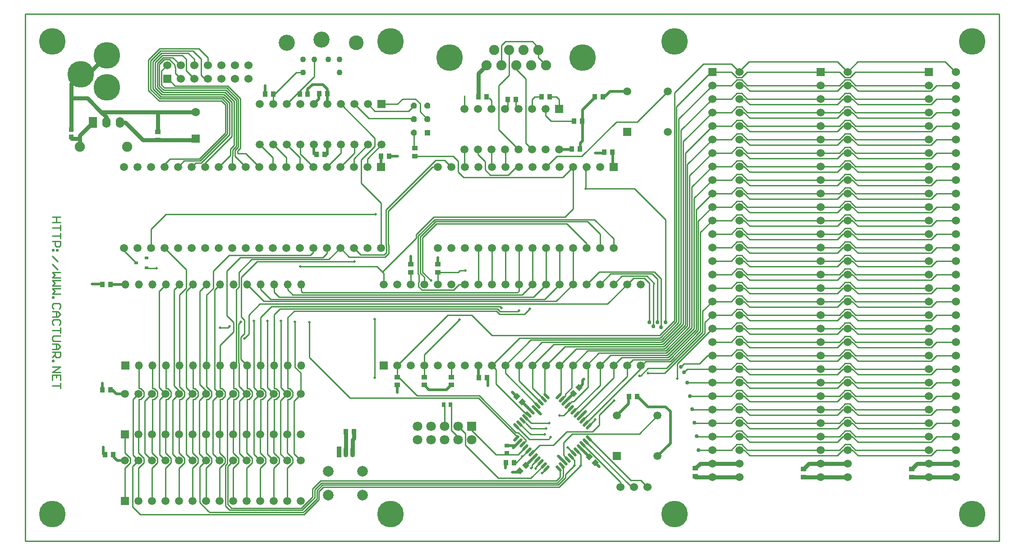
<source format=gtl>
G04 Layer_Physical_Order=1*
G04 Layer_Color=25308*
%FSLAX24Y24*%
%MOIN*%
G70*
G01*
G75*
%ADD10R,0.0315X0.0374*%
%ADD11R,0.0374X0.0315*%
%ADD12R,0.0354X0.0335*%
%ADD13R,0.0350X0.0394*%
G04:AMPARAMS|DCode=14|XSize=39.4mil|YSize=35mil|CornerRadius=0mil|HoleSize=0mil|Usage=FLASHONLY|Rotation=225.000|XOffset=0mil|YOffset=0mil|HoleType=Round|Shape=Rectangle|*
%AMROTATEDRECTD14*
4,1,4,0.0015,0.0263,0.0263,0.0015,-0.0015,-0.0263,-0.0263,-0.0015,0.0015,0.0263,0.0*
%
%ADD14ROTATEDRECTD14*%

%ADD15R,0.0433X0.0354*%
%ADD16R,0.0354X0.0433*%
%ADD17R,0.0276X0.0236*%
G04:AMPARAMS|DCode=18|XSize=39.4mil|YSize=35mil|CornerRadius=0mil|HoleSize=0mil|Usage=FLASHONLY|Rotation=135.000|XOffset=0mil|YOffset=0mil|HoleType=Round|Shape=Rectangle|*
%AMROTATEDRECTD18*
4,1,4,0.0263,-0.0015,0.0015,-0.0263,-0.0263,0.0015,-0.0015,0.0263,0.0263,-0.0015,0.0*
%
%ADD18ROTATEDRECTD18*%

%ADD19R,0.0394X0.0350*%
G04:AMPARAMS|DCode=20|XSize=21.7mil|YSize=57.1mil|CornerRadius=0mil|HoleSize=0mil|Usage=FLASHONLY|Rotation=315.000|XOffset=0mil|YOffset=0mil|HoleType=Round|Shape=Round|*
%AMOVALD20*
21,1,0.0354,0.0217,0.0000,0.0000,45.0*
1,1,0.0217,-0.0125,-0.0125*
1,1,0.0217,0.0125,0.0125*
%
%ADD20OVALD20*%

G04:AMPARAMS|DCode=21|XSize=21.7mil|YSize=57.1mil|CornerRadius=0mil|HoleSize=0mil|Usage=FLASHONLY|Rotation=225.000|XOffset=0mil|YOffset=0mil|HoleType=Round|Shape=Round|*
%AMOVALD21*
21,1,0.0354,0.0217,0.0000,0.0000,315.0*
1,1,0.0217,-0.0125,0.0125*
1,1,0.0217,0.0125,-0.0125*
%
%ADD21OVALD21*%

%ADD22C,0.0200*%
%ADD23C,0.0100*%
%ADD24C,0.0300*%
%ADD25C,0.0433*%
%ADD26C,0.1191*%
%ADD27C,0.1190*%
%ADD28C,0.1091*%
%ADD29O,0.0600X0.0800*%
%ADD30R,0.0600X0.0800*%
%ADD31R,0.0591X0.0591*%
%ADD32C,0.0591*%
%ADD33R,0.0600X0.0600*%
%ADD34C,0.0600*%
%ADD35C,0.1969*%
%ADD36O,0.0344X0.0787*%
%ADD37R,0.0344X0.0787*%
%ADD38R,0.0433X0.0433*%
%ADD39P,0.0469X8X292.5*%
%ADD40C,0.0709*%
%ADD41R,0.0709X0.0709*%
%ADD42C,0.0787*%
%ADD43C,0.0748*%
%ADD44R,0.0600X0.0600*%
%ADD45C,0.0750*%
%ADD46R,0.0591X0.0591*%
%ADD47O,0.0591X0.0591*%
%ADD48C,0.0630*%
%ADD49R,0.0630X0.0630*%
%ADD50C,0.0300*%
%ADD51C,0.0200*%
D10*
X68954Y76100D02*
D03*
X69446D02*
D03*
D11*
X73600Y73066D02*
D03*
Y72534D02*
D03*
D12*
X41400Y96456D02*
D03*
Y95944D02*
D03*
D13*
X61700Y74100D02*
D03*
X62300D02*
D03*
X71550Y78100D02*
D03*
X72150D02*
D03*
X82650Y76700D02*
D03*
X83250D02*
D03*
X44300Y85000D02*
D03*
X43700D02*
D03*
X44300Y77200D02*
D03*
X43700D02*
D03*
X44500Y72400D02*
D03*
X43900D02*
D03*
X59750Y99150D02*
D03*
X60350D02*
D03*
X80800Y94800D02*
D03*
X81400D02*
D03*
X64900Y94500D02*
D03*
X64300D02*
D03*
X80100Y98900D02*
D03*
X80700D02*
D03*
X60150Y94650D02*
D03*
X59550D02*
D03*
X79000Y95050D02*
D03*
X78400D02*
D03*
X73670Y98710D02*
D03*
X74270D02*
D03*
X71500Y98900D02*
D03*
X72100D02*
D03*
X78567Y97095D02*
D03*
X79167D02*
D03*
X76167Y98895D02*
D03*
X76767D02*
D03*
D14*
X74762Y76288D02*
D03*
X74338Y76712D02*
D03*
X79718Y72232D02*
D03*
X80142Y71808D02*
D03*
D15*
X66500Y85905D02*
D03*
Y86495D02*
D03*
X69500Y78145D02*
D03*
Y77555D02*
D03*
X67500Y78145D02*
D03*
Y77555D02*
D03*
X65500Y78145D02*
D03*
Y77555D02*
D03*
X66800Y94505D02*
D03*
Y95095D02*
D03*
X68500Y85905D02*
D03*
Y86495D02*
D03*
D16*
X56345Y99100D02*
D03*
X55755D02*
D03*
X58305D02*
D03*
X58895D02*
D03*
X74145Y71800D02*
D03*
X73555D02*
D03*
D17*
X46206Y86600D02*
D03*
X46994Y86226D02*
D03*
Y86974D02*
D03*
D18*
X78538Y76938D02*
D03*
X78962Y77362D02*
D03*
X75012Y71612D02*
D03*
X74588Y71188D02*
D03*
D19*
X87550Y70800D02*
D03*
Y71400D02*
D03*
X95550Y70750D02*
D03*
Y71350D02*
D03*
X103550Y70750D02*
D03*
Y71350D02*
D03*
X47800Y96300D02*
D03*
Y95700D02*
D03*
D20*
X79673Y74495D02*
D03*
X79450Y74718D02*
D03*
X79227Y74941D02*
D03*
X79004Y75164D02*
D03*
X78782Y75386D02*
D03*
X78559Y75609D02*
D03*
X78336Y75832D02*
D03*
X78114Y76054D02*
D03*
X77891Y76277D02*
D03*
X77668Y76500D02*
D03*
X77445Y76723D02*
D03*
X74327Y73605D02*
D03*
X74550Y73382D02*
D03*
X74773Y73159D02*
D03*
X74996Y72936D02*
D03*
X75218Y72714D02*
D03*
X75441Y72491D02*
D03*
X75664Y72268D02*
D03*
X75886Y72046D02*
D03*
X76109Y71823D02*
D03*
X76332Y71600D02*
D03*
X76555Y71377D02*
D03*
D21*
Y76723D02*
D03*
X76332Y76500D02*
D03*
X76109Y76277D02*
D03*
X75886Y76054D02*
D03*
X75664Y75832D02*
D03*
X75441Y75609D02*
D03*
X75218Y75386D02*
D03*
X74996Y75164D02*
D03*
X74773Y74941D02*
D03*
X74550Y74718D02*
D03*
X74327Y74495D02*
D03*
X77445Y71377D02*
D03*
X77668Y71600D02*
D03*
X77891Y71823D02*
D03*
X78114Y72046D02*
D03*
X78336Y72268D02*
D03*
X78559Y72491D02*
D03*
X78782Y72714D02*
D03*
X79004Y72936D02*
D03*
X79227Y73159D02*
D03*
X79450Y73382D02*
D03*
X79673Y73605D02*
D03*
D22*
X73500Y71400D02*
Y71745D01*
X74234Y73066D02*
X74550Y73382D01*
X74068Y72900D02*
X74234Y73066D01*
X73600D02*
X74234D01*
X77877Y71823D02*
X77891D01*
X77400Y72300D02*
X77877Y71823D01*
X81235Y99300D02*
X82500D01*
X80835Y98900D02*
X81235Y99300D01*
X82615Y76165D02*
Y76700D01*
X81750Y75300D02*
X82615Y76165D01*
X81435Y93765D02*
Y94750D01*
X75050Y76000D02*
X75441Y75609D01*
X79004Y72936D02*
X79014D01*
X79613Y72337D01*
X75664Y72264D02*
Y72268D01*
X75087Y71687D02*
X75664Y72264D01*
X60000Y99800D02*
X60341Y99459D01*
X59237Y99800D02*
X60000D01*
X58895Y99459D02*
X59237Y99800D01*
X58895Y99100D02*
Y99459D01*
X55755Y99100D02*
Y99745D01*
X59341Y94674D02*
Y95361D01*
X68500Y86495D02*
Y87000D01*
X71515Y78100D02*
Y78985D01*
X44741Y76894D02*
X45370D01*
X44435Y77200D02*
X44741Y76894D01*
X44812Y71972D02*
X45370D01*
X44535Y72250D02*
X44812Y71972D01*
X59341Y98361D02*
X59715Y98735D01*
X60341Y94650D02*
Y95361D01*
X64985Y94500D02*
X65550D01*
X79202Y95652D02*
Y97936D01*
X79035Y95485D02*
X79202Y95652D01*
X79035Y95050D02*
Y95485D01*
X42950Y85050D02*
X43515D01*
X43765Y72450D02*
Y72965D01*
X79004Y75164D02*
X79441Y75600D01*
X78937Y77337D02*
X79200Y77600D01*
Y77900D01*
X79300Y78000D01*
X80167Y71783D02*
X80450Y71500D01*
X74000Y77050D02*
X74280Y76770D01*
X72200Y77500D02*
Y78085D01*
X72185Y78100D02*
X72200Y78085D01*
X74280Y76770D02*
X74380Y76670D01*
X75664Y75832D02*
X76100Y75395D01*
X74500Y71100D02*
X74563Y71163D01*
X83285Y76700D02*
X84035Y75950D01*
X85350D01*
X85700Y75600D01*
Y73250D02*
Y75600D01*
X84750Y72300D02*
X85700Y73250D01*
X44237Y84997D02*
X45406D01*
X64300Y93700D02*
Y94535D01*
X60341Y98361D02*
Y99459D01*
X77467Y94995D02*
X78449D01*
X59715Y98735D02*
Y99150D01*
X74450Y71150D02*
X74500Y71100D01*
X80150Y94750D02*
X80765D01*
X79202Y97936D02*
X80165Y98900D01*
X74400Y71100D02*
X74450Y71150D01*
X74000Y71100D02*
X74400D01*
X66500Y86495D02*
Y87100D01*
X65500Y77000D02*
Y77555D01*
X69145Y77200D02*
X69500Y77555D01*
X67855Y77200D02*
X69145D01*
X67500Y77555D02*
X67855Y77200D01*
X74762Y76288D02*
X75050Y76000D01*
X78538Y76924D02*
Y76938D01*
X78250Y76636D02*
X78538Y76924D01*
X77891Y76277D02*
X78250Y76636D01*
X43700Y77200D02*
Y77700D01*
D23*
X85286Y78450D02*
X88240Y81404D01*
X83970Y85630D02*
X84520Y85080D01*
X84050Y78450D02*
X85286D01*
X84450Y81900D02*
Y85010D01*
X84520Y85080D01*
X85350Y82200D02*
Y89800D01*
X70000Y73500D02*
Y73700D01*
X69500Y74200D02*
X70000Y73700D01*
X69500Y74200D02*
Y76046D01*
X69446Y76100D02*
X69500Y76046D01*
X69000Y74500D02*
Y76054D01*
X66990Y76760D02*
X71566D01*
X74276Y74050D02*
X74441D01*
X71566Y76760D02*
X74276Y74050D01*
X74327Y73605D02*
X74411Y73689D01*
X71500Y76600D02*
X74411Y73689D01*
X62000Y76600D02*
X71500D01*
X65605Y78145D02*
X66990Y76760D01*
X59000Y79600D02*
X62000Y76600D01*
X70536Y73114D02*
X72990Y70660D01*
X70536Y73114D02*
Y73964D01*
X70000Y74500D02*
X70536Y73964D01*
X69000Y74500D02*
X69100D01*
X59851Y70480D02*
X77280D01*
X59917Y70320D02*
X77346D01*
X59984Y70160D02*
X77413D01*
X60050Y70000D02*
X77479D01*
X77280Y70480D02*
X77550Y70750D01*
X77346Y70320D02*
X77789Y70763D01*
X77413Y70160D02*
X77949Y70696D01*
X77479Y70000D02*
X79080Y71601D01*
X62341Y98361D02*
X63400Y97302D01*
X66698D01*
X66350Y97850D02*
X66750Y98250D01*
X63852Y97850D02*
X66350D01*
X67200Y97800D02*
X67750Y97250D01*
X67200Y97800D02*
Y98400D01*
X66850Y98750D02*
X67200Y98400D01*
X65900Y98750D02*
X66850D01*
X65511Y98361D02*
X65900Y98750D01*
X69645Y94505D02*
X70000Y94150D01*
X66800Y94505D02*
X69645D01*
X66750Y95145D02*
X66800Y95095D01*
X66750Y95145D02*
Y96250D01*
X59000Y79600D02*
Y82200D01*
X72510Y81240D02*
X84908D01*
X84740Y82220D02*
Y85390D01*
X84160Y82220D02*
Y85090D01*
X85010Y81970D02*
Y85440D01*
X83780Y85470D02*
X84160Y85090D01*
X84740Y85390D02*
X84750Y85400D01*
X84360Y85790D02*
X84750Y85400D01*
X84500Y85950D02*
X85010Y85440D01*
X85350Y89800D02*
X85350Y89800D01*
X90200Y101350D02*
X90800Y100750D01*
X88150Y101350D02*
X90200D01*
X71000Y74200D02*
X72810Y72390D01*
X74449D01*
X59250Y69879D02*
X59851Y70480D01*
X59410Y69813D02*
X59917Y70320D01*
X59410Y69213D02*
Y69813D01*
X59194Y68997D02*
X59410Y69213D01*
X59194Y68997D02*
X59194D01*
X58490Y68293D02*
Y68293D01*
X58487Y68290D02*
X58490Y68293D01*
X53110Y68290D02*
X58487D01*
X58490Y68293D02*
X59194Y68997D01*
X58421Y68450D02*
X59250Y69279D01*
X53250Y68450D02*
X58421D01*
X59250Y69279D02*
Y69879D01*
X52805Y68595D02*
X53110Y68290D01*
X52965Y68735D02*
X53250Y68450D01*
X53370Y71947D02*
Y71972D01*
X52965Y71541D02*
X53370Y71947D01*
X52965Y68735D02*
Y71541D01*
X52805Y68595D02*
Y71608D01*
X52775Y71805D02*
Y72140D01*
X52370Y71399D02*
X52775Y71805D01*
X52805Y71608D02*
X52950Y71753D01*
Y76474D01*
X53370Y68972D02*
Y71399D01*
X52950Y76474D02*
X53370Y76894D01*
X75392Y70660D02*
X76332Y71600D01*
X72990Y70660D02*
X75392D01*
X77789Y70763D02*
Y71343D01*
X77550Y70750D02*
Y71273D01*
X77445Y71377D02*
X77550Y71273D01*
X77668Y71463D02*
X77789Y71343D01*
X54370Y71399D02*
X54775Y71805D01*
X54370Y68972D02*
Y71399D01*
X53775Y71805D02*
Y72140D01*
X53370Y71399D02*
X53775Y71805D01*
X56890Y72453D02*
Y76413D01*
Y72453D02*
X57370Y71972D01*
X55906Y72437D02*
Y76378D01*
Y72437D02*
X56370Y71972D01*
X54775Y71805D02*
Y72140D01*
X54921Y72421D02*
Y76445D01*
Y72421D02*
X55370Y71972D01*
X52370Y68972D02*
Y71399D01*
X77668Y71463D02*
Y71600D01*
X64300Y94535D02*
X64315Y94550D01*
X71500Y79000D02*
X71515Y78985D01*
X44185Y85050D02*
X44237Y84997D01*
X79450Y73382D02*
X79507D01*
X72467Y93733D02*
Y94995D01*
Y93733D02*
X72500Y93700D01*
X70467Y93733D02*
Y94995D01*
Y93733D02*
X70500Y93700D01*
X74300D02*
X74500D01*
X73710Y93110D02*
X74300Y93700D01*
X72390Y93110D02*
X73710D01*
X72000Y93500D02*
X72390Y93110D01*
X72000Y93500D02*
Y94100D01*
X71467Y94633D02*
X72000Y94100D01*
X71467Y94633D02*
Y94995D01*
X73467D02*
X73500Y94962D01*
Y93700D02*
Y94962D01*
X77805Y75300D02*
X78336Y75832D01*
X77500Y75300D02*
X77805D01*
X79673Y74523D02*
X80150Y75000D01*
X79673Y74495D02*
Y74523D01*
X74449Y72390D02*
X74996Y72936D01*
X66500Y85000D02*
Y85755D01*
X58300Y87700D02*
Y87900D01*
X58360Y86350D02*
X64000D01*
X64500Y85000D02*
Y85850D01*
X64000Y86350D02*
X64400Y85950D01*
X66900Y88450D01*
Y88700D01*
X68200Y90000D01*
X77900D01*
X78500Y90600D01*
Y93600D01*
X78100Y72950D02*
X78559Y72491D01*
X61200Y72472D02*
Y72600D01*
X77750Y92950D02*
X78500Y93700D01*
X70400Y92950D02*
X77750D01*
X70000Y93350D02*
X70400Y92950D01*
X70000Y93350D02*
Y94150D01*
X81500Y87600D02*
Y87700D01*
Y88400D01*
X80080Y89820D02*
X81500Y88400D01*
X68267Y89820D02*
X80080D01*
X67060Y88613D02*
X68267Y89820D01*
X67060Y85787D02*
Y88613D01*
Y85787D02*
X67100Y85747D01*
Y85178D02*
Y85747D01*
X67095Y85173D02*
X67100Y85178D01*
X67095Y84832D02*
Y85173D01*
Y84832D02*
X67332Y84595D01*
X69668D01*
X70073Y85000D01*
X70500D01*
X77800Y72359D02*
X78114Y72046D01*
X77800Y72359D02*
Y73300D01*
X78450Y73950D01*
X83400D01*
X84750Y75300D01*
X80500Y87600D02*
Y87700D01*
Y88726D01*
X79566Y89660D02*
X80500Y88726D01*
X68334Y89660D02*
X79566D01*
X67220Y88546D02*
X68334Y89660D01*
X67220Y85854D02*
Y88546D01*
Y85854D02*
X67500Y85574D01*
Y85000D02*
Y85574D01*
X84750Y75300D02*
X84850Y75400D01*
X56300Y93700D02*
Y94402D01*
X55341Y95361D02*
X56300Y94402D01*
X57300Y93700D02*
Y94402D01*
X56341Y95361D02*
X57300Y94402D01*
X58300Y93700D02*
Y94402D01*
X57341Y95361D02*
X58300Y94402D01*
X58341Y94659D02*
X59300Y93700D01*
X58341Y94659D02*
Y95361D01*
X61341Y94741D02*
Y95361D01*
X60300Y93700D02*
X61341Y94741D01*
X62341D02*
Y95361D01*
X61300Y93700D02*
X62341Y94741D01*
X62300Y94320D02*
X63341Y95361D01*
X62300Y93700D02*
Y94320D01*
X63300D02*
X64341Y95361D01*
X63300Y93700D02*
Y94320D01*
X61341Y98361D02*
X63850Y95852D01*
Y95250D02*
Y95852D01*
X62850Y94250D02*
X63850Y95250D01*
X62850Y92500D02*
Y94250D01*
Y92500D02*
X64300Y91050D01*
Y87700D02*
Y91050D01*
X45300Y87506D02*
Y87700D01*
Y87506D02*
X46206Y86600D01*
X77467Y97995D02*
Y98695D01*
X77267Y98895D02*
X77467Y98695D01*
X76802Y98895D02*
X77267D01*
X75667D02*
X76132D01*
X75467Y98695D02*
X75667Y98895D01*
X75467Y97995D02*
Y98695D01*
X76867Y97095D02*
X78532D01*
X76467Y97495D02*
X76867Y97095D01*
X76467Y97495D02*
Y97995D01*
X69500Y78300D02*
Y79000D01*
X59378Y100398D02*
Y101674D01*
X64341Y98361D02*
X65511D01*
X63341D02*
X63852Y97850D01*
X58039Y100689D02*
X58561D01*
X56341Y98361D02*
Y98991D01*
X47020Y86200D02*
X47700D01*
X46994Y86226D02*
X47020Y86200D01*
X79500Y87700D02*
Y88050D01*
X78050Y89500D02*
X79500Y88050D01*
X68400Y89500D02*
X78050D01*
X67380Y88480D02*
X68400Y89500D01*
X67380Y85920D02*
Y88480D01*
Y85920D02*
X68000Y85300D01*
X67500Y79800D02*
X70100Y82400D01*
X67500Y79000D02*
Y79800D01*
Y78145D02*
Y79000D01*
X47300Y87700D02*
Y89100D01*
X48400Y90200D02*
X63900D01*
X79450Y92100D02*
X83050D01*
X85350Y89800D01*
X47300Y89100D02*
X48400Y90200D01*
X79450Y92100D02*
Y93450D01*
X77050Y73100D02*
X78060Y74110D01*
X79960D01*
X80450Y74600D01*
Y75350D01*
X81550Y76450D01*
X77260Y83760D02*
X78500Y85000D01*
X55643Y83760D02*
X77260D01*
X54406Y84997D02*
X55643Y83760D01*
X78500Y85000D02*
Y87600D01*
X53780Y82080D02*
X53950Y82250D01*
X53780Y79196D02*
Y82080D01*
Y79196D02*
X53811Y79165D01*
Y78829D02*
Y79165D01*
X53800Y78819D02*
X53811Y78829D01*
X53800Y77464D02*
Y78819D01*
Y77464D02*
X54370Y76894D01*
X53839Y72504D02*
X54370Y71972D01*
X53839Y72504D02*
Y76362D01*
X54370Y76894D01*
X77500Y85000D02*
Y87600D01*
X76420Y83920D02*
X77500Y85000D01*
X56139Y83920D02*
X76420D01*
X55406Y84654D02*
X56139Y83920D01*
X55406Y84654D02*
Y84997D01*
X54921Y76445D02*
X55370Y76894D01*
X54900Y77364D02*
Y82300D01*
Y77364D02*
X55370Y76894D01*
X76500Y85000D02*
Y87600D01*
X75580Y84080D02*
X76500Y85000D01*
X56767Y84080D02*
X75580D01*
X56406Y84441D02*
X56767Y84080D01*
X56406Y84441D02*
Y84997D01*
X55900Y77364D02*
Y82300D01*
Y77364D02*
X56370Y76894D01*
X55906Y76378D02*
X56370Y76843D01*
Y76894D01*
X75500Y85000D02*
Y87600D01*
X74740Y84240D02*
X75500Y85000D01*
X57788Y84240D02*
X74740D01*
X57406Y84622D02*
X57788Y84240D01*
X57406Y84622D02*
Y84997D01*
X56900Y77364D02*
Y82300D01*
Y77364D02*
X57370Y76894D01*
X56890Y76413D02*
X57370Y76894D01*
X74500Y85000D02*
Y87600D01*
Y84512D02*
Y85000D01*
X74388Y84400D02*
X74500Y84512D01*
X58514Y84400D02*
X74388D01*
X58406Y84508D02*
X58514Y84400D01*
X58406Y84508D02*
Y84997D01*
X57950Y78880D02*
Y82250D01*
Y78880D02*
X58370Y78460D01*
X57874Y76378D02*
X58370Y76874D01*
X57874Y72469D02*
Y76378D01*
Y72469D02*
X58370Y71972D01*
X73500Y85000D02*
Y87600D01*
X72500Y85000D02*
Y87600D01*
X71500Y85000D02*
Y87600D01*
X83250Y97050D02*
X85500Y99300D01*
X81700Y97050D02*
X83250D01*
X79150Y94500D02*
X81700Y97050D01*
X77300Y94500D02*
X79150D01*
X76500Y93700D02*
X77300Y94500D01*
X49000Y84592D02*
X49406Y84997D01*
X49000Y77500D02*
Y84592D01*
Y77500D02*
X49370Y77130D01*
Y76894D02*
Y77130D01*
X48917Y76441D02*
X49370Y76894D01*
X48917Y72425D02*
Y76441D01*
Y72425D02*
X49370Y71972D01*
X47900Y84492D02*
X48406Y84997D01*
X47900Y77364D02*
Y84492D01*
Y77364D02*
X48370Y76894D01*
X47933Y76457D02*
X48370Y76894D01*
X47933Y72409D02*
Y76457D01*
Y72409D02*
X48370Y71972D01*
X47406Y77299D02*
Y78997D01*
Y77299D02*
X47538D01*
X47775Y77062D01*
Y76726D02*
Y77062D01*
X47538Y76488D02*
X47775Y76726D01*
X47406Y76488D02*
X47538D01*
X47406Y73929D02*
Y76488D01*
X47370Y73894D02*
X47406Y73929D01*
X47370Y72546D02*
Y73894D01*
Y72546D02*
X47775Y72140D01*
Y71805D02*
Y72140D01*
X47370Y71399D02*
X47775Y71805D01*
X47370Y68972D02*
Y71399D01*
X48406Y77299D02*
Y78997D01*
Y77299D02*
X48538D01*
X48775Y77062D01*
Y76726D02*
Y77062D01*
X48538Y76488D02*
X48775Y76726D01*
X48406Y76488D02*
X48538D01*
X48406Y73929D02*
Y76488D01*
X48370Y73894D02*
X48406Y73929D01*
X48370Y72546D02*
Y73894D01*
Y72546D02*
X48775Y72140D01*
Y71805D02*
Y72140D01*
X48370Y71399D02*
X48775Y71805D01*
X48370Y68972D02*
Y71399D01*
X49370Y68972D02*
Y71399D01*
X49775Y71805D01*
Y72140D01*
X49370Y72546D02*
X49775Y72140D01*
X49370Y72546D02*
Y73894D01*
X49406Y76488D02*
X49538D01*
X49775Y76726D01*
Y77062D01*
X49406Y77431D02*
X49775Y77062D01*
X49406Y77431D02*
Y78997D01*
X48300Y87700D02*
X49900Y86100D01*
X50370Y68972D02*
Y71399D01*
X50775Y71805D01*
Y72140D01*
X50370Y72546D02*
X50775Y72140D01*
X50370Y72546D02*
Y73894D01*
X50406Y76488D02*
X50538D01*
X50775Y76726D01*
Y77062D01*
X50538Y77299D02*
X50775Y77062D01*
X50406Y77299D02*
X50538D01*
X50406D02*
Y78997D01*
X51370Y68972D02*
Y71399D01*
X51775Y71805D01*
Y72140D01*
X51370Y72546D02*
X51775Y72140D01*
X51370Y72546D02*
Y73894D01*
X51406Y76488D02*
X51538D01*
X51775Y76726D01*
Y77062D01*
X51406Y77431D02*
X51775Y77062D01*
X51406Y77431D02*
Y78997D01*
X59300Y87400D02*
Y87700D01*
X59080Y87180D02*
X59300Y87400D01*
X53080Y87180D02*
X59080D01*
X51900Y86000D02*
X53080Y87180D01*
X52370Y72546D02*
Y73894D01*
Y72546D02*
X52775Y72140D01*
X52406Y76488D02*
X52538D01*
X52775Y76726D01*
Y77062D01*
X52538Y77299D02*
X52775Y77062D01*
X52406Y77299D02*
X52538D01*
X52406D02*
Y78997D01*
X60300Y87300D02*
Y87700D01*
X60020Y87020D02*
X60300Y87300D01*
X53920Y87020D02*
X60020D01*
X52900Y86000D02*
X53920Y87020D01*
X52900Y82700D02*
Y86000D01*
Y82700D02*
X53400Y82200D01*
Y81500D02*
Y82200D01*
X52406Y80506D02*
X53400Y81500D01*
X52406Y78997D02*
Y80506D01*
X79500Y85000D02*
X80450Y85950D01*
X84500D01*
X74327Y74495D02*
X75273Y73550D01*
X76700D01*
X76850Y73700D01*
X74550Y74718D02*
X75368Y73900D01*
X76400D01*
X80500Y85000D02*
X81290Y85790D01*
X84360D01*
X46850Y76374D02*
X47370Y76894D01*
X46850Y72492D02*
Y76374D01*
Y72492D02*
X47370Y71972D01*
X81500Y85000D02*
X82130Y85630D01*
X83970D01*
X45370Y72546D02*
Y73894D01*
Y72546D02*
X45775Y72140D01*
Y71805D02*
Y72140D01*
X45370Y71399D02*
X45775Y71805D01*
X45370Y68972D02*
Y71399D01*
X75000Y74750D02*
X75400Y74350D01*
X74996Y75164D02*
X75409Y74750D01*
X76750D01*
X82500Y85000D02*
X82970Y85470D01*
X83780D01*
X81063Y83563D02*
X82500Y85000D01*
X55363Y83563D02*
X81063D01*
X54550Y82750D02*
X55363Y83563D01*
X54550Y81350D02*
Y82750D01*
X54200Y81000D02*
X54550Y81350D01*
X46406Y77299D02*
Y78997D01*
Y77299D02*
X46538D01*
X46775Y77062D01*
Y76726D02*
Y77062D01*
X46538Y76488D02*
X46775Y76726D01*
X46406Y76488D02*
X46538D01*
X46406Y73929D02*
Y76488D01*
X46370Y73894D02*
X46406Y73929D01*
X46370Y72546D02*
Y73894D01*
Y72546D02*
X46775Y72140D01*
Y71805D02*
Y72140D01*
X46370Y71399D02*
X46775Y71805D01*
X46370Y68972D02*
Y71399D01*
X53000Y81800D02*
X53100Y81900D01*
X52400Y81800D02*
X53000D01*
X49900Y77364D02*
X50370Y76894D01*
X49902Y72441D02*
X50370Y71972D01*
X49902Y72441D02*
Y76425D01*
X50370Y76894D01*
X52000Y77264D02*
X52370Y76894D01*
X51870Y76394D02*
X52370Y76894D01*
X51870Y72472D02*
Y76394D01*
Y72472D02*
X52370Y71972D01*
X68100Y93700D02*
X68500D01*
X64850Y90450D02*
X68100Y93700D01*
X64850Y87949D02*
Y90450D01*
Y87949D02*
X64865Y87934D01*
Y87289D02*
Y87934D01*
X64616Y87040D02*
X64865Y87289D01*
X61960Y87040D02*
X64616D01*
X61300Y87700D02*
X61960Y87040D01*
X60460Y86860D02*
X61300Y87700D01*
X54760Y86860D02*
X60460D01*
X53811Y85911D02*
X54760Y86860D01*
X53811Y84829D02*
Y85911D01*
X53600Y84619D02*
X53811Y84829D01*
X53600Y79192D02*
Y84619D01*
X53406Y78997D02*
X53600Y79192D01*
X53406Y77299D02*
Y78997D01*
Y77299D02*
X53538D01*
X53775Y77062D01*
Y76726D02*
Y77062D01*
X53538Y76488D02*
X53775Y76726D01*
X53406Y76488D02*
X53538D01*
X53370Y72546D02*
Y73894D01*
Y72546D02*
X53775Y72140D01*
X54406Y77299D02*
Y78997D01*
Y77299D02*
X54538D01*
X54775Y77062D01*
Y76726D02*
Y77062D01*
X54538Y76488D02*
X54775Y76726D01*
X54406Y76488D02*
X54538D01*
X53940Y79463D02*
X54406Y78997D01*
X53940Y79463D02*
Y81108D01*
X54210Y81378D01*
Y82358D01*
X53971Y82597D02*
X54210Y82358D01*
X53971Y82597D02*
Y85521D01*
X55150Y86700D01*
X62350D01*
X69000Y94200D02*
X69500Y93700D01*
X68350Y94200D02*
X69000D01*
X64690Y90540D02*
X68350Y94200D01*
X64690Y87883D02*
Y90540D01*
Y87883D02*
X64705Y87868D01*
Y87355D02*
Y87868D01*
X64550Y87200D02*
X64705Y87355D01*
X62800Y87200D02*
X64550D01*
X62300Y87700D02*
X62800Y87200D01*
X54370Y72546D02*
X54775Y72140D01*
X54370Y72546D02*
Y73894D01*
X59341Y94674D02*
X59515Y94500D01*
X64400Y85950D02*
X64500Y85850D01*
X57341Y98361D02*
X58192Y99212D01*
X59378Y100398D01*
X56341Y98991D02*
X58039Y100689D01*
X79350Y93550D02*
X79450Y93450D01*
X74441Y74050D02*
X75000Y73491D01*
X65500Y78145D02*
X65550D01*
X65605D01*
X65500Y78195D02*
Y79000D01*
X71000Y82750D02*
X72510Y81240D01*
X65500Y79000D02*
X69250Y82750D01*
X71000D01*
X74773Y73159D02*
X75000Y73386D01*
Y73491D01*
X65500Y78195D02*
X65550Y78145D01*
X75400Y74350D02*
X76500D01*
X63850Y78100D02*
Y82450D01*
X75441Y72491D02*
X76050Y73100D01*
X77050D01*
X74270Y98192D02*
X74467Y97995D01*
X74270Y98192D02*
Y98710D01*
X73467Y97995D02*
X73670Y98198D01*
Y98710D01*
X79227Y73159D02*
X82000Y70386D01*
Y70000D02*
Y70386D01*
X82832Y70000D02*
X83000D01*
X79450Y73382D02*
X82832Y70000D01*
X79673Y73605D02*
X82777Y70500D01*
X83500D01*
X84000Y70000D01*
X88800Y86750D02*
X90220D01*
X90630Y87160D01*
X88800Y85750D02*
X90220D01*
X90630Y86160D01*
X88800Y84750D02*
X90220D01*
X90630Y85160D01*
X88800Y83750D02*
X90220D01*
X90630Y84160D01*
X88800Y82750D02*
X90220D01*
X90630Y83160D01*
X88800Y81750D02*
X90220D01*
X90630Y82160D01*
X88800Y80750D02*
X90220D01*
X90630Y81160D01*
X88800Y79750D02*
X90220D01*
X90630Y80160D01*
X88800Y78750D02*
X90220D01*
X90630Y79160D01*
X88800Y77750D02*
X90220D01*
X90630Y78160D01*
X88800Y76750D02*
X90220D01*
X90630Y77160D01*
X88800Y75750D02*
X90220D01*
X90630Y76160D01*
X88800Y74750D02*
X90220D01*
X90630Y75160D01*
X88800Y73750D02*
X90220D01*
X90630Y74160D01*
X88800Y72750D02*
X90220D01*
X90630Y73160D01*
X88800Y87750D02*
X90220D01*
X90630Y88160D01*
X88800Y88750D02*
X90220D01*
X90630Y89160D01*
X88800Y89750D02*
X90220D01*
X90630Y90160D01*
X88800Y90750D02*
X90220D01*
X90630Y91160D01*
X88800Y91750D02*
X90220D01*
X90630Y92160D01*
X88800Y92750D02*
X90220D01*
X90630Y93160D01*
X88800Y93750D02*
X90220D01*
X90630Y94160D01*
X88800Y94750D02*
X90220D01*
X90630Y95160D01*
X88800Y96750D02*
X90220D01*
X90630Y97160D01*
X88800Y97750D02*
X90220D01*
X90630Y98160D01*
X88800Y99750D02*
X90220D01*
X90630Y100160D01*
X88800Y100750D02*
X90220D01*
X90630Y100340D01*
X98220Y86750D02*
X98630Y87160D01*
X98220Y85750D02*
X98630Y86160D01*
X96800Y84750D02*
X98220D01*
X98630Y85160D01*
X96800Y83750D02*
X98220D01*
X98630Y84160D01*
X96800Y82750D02*
X98220D01*
X98630Y83160D01*
X96800Y81750D02*
X98220D01*
X98630Y82160D01*
X96800Y80750D02*
X98220D01*
X98630Y81160D01*
X96800Y79750D02*
X98220D01*
X98630Y80160D01*
X96800Y78750D02*
X98220D01*
X98630Y79160D01*
X98220Y77750D02*
X98630Y78160D01*
X96800Y76750D02*
X98220D01*
X98630Y77160D01*
X98220Y75750D02*
X98630Y76160D01*
X98220Y74750D02*
X98630Y75160D01*
X98220Y73750D02*
X98630Y74160D01*
X96800Y72750D02*
X98220D01*
X98630Y73160D01*
X96800Y87750D02*
X98220D01*
X98630Y88160D01*
X96800Y88750D02*
X98220D01*
X98630Y89160D01*
X96800Y89750D02*
X98220D01*
X98630Y90160D01*
X96800Y90750D02*
X98220D01*
X98630Y91160D01*
X96800Y91750D02*
X98220D01*
X98630Y92160D01*
X96800Y92750D02*
X98220D01*
X98630Y93160D01*
X96800Y93750D02*
X98220D01*
X98630Y94160D01*
X96800Y94750D02*
X98220D01*
X98630Y95160D01*
X96800Y95750D02*
X98220D01*
X98630Y96160D01*
X96800Y96750D02*
X98220D01*
X98630Y97160D01*
X96800Y97750D02*
X98220D01*
X98630Y98160D01*
X96800Y98750D02*
X98220D01*
X98630Y99160D01*
X96800Y99750D02*
X98220D01*
X98630Y100160D01*
X83400Y78250D02*
X83500D01*
X84050Y78800D01*
X85409D01*
X88240Y82190D02*
X88800Y82750D01*
X68500Y85000D02*
Y85805D01*
Y85905D02*
X70005D01*
X70150Y86050D02*
X70550D01*
X70005Y85905D02*
X70150Y86050D01*
X55370Y68972D02*
Y71399D01*
Y72546D02*
Y73894D01*
X55406Y76488D02*
X55538D01*
X55370Y71399D02*
X55775Y71805D01*
Y72140D01*
X55370Y72546D02*
X55775Y72140D01*
X55538Y76488D02*
X55775Y76726D01*
Y77062D01*
X55406Y77299D02*
X55538D01*
X55775Y77062D01*
X55406Y77299D02*
Y82571D01*
X56215Y83380D01*
X73116D01*
X86470Y78890D02*
X86730Y79150D01*
X87850D01*
X88450Y79750D01*
X88800D01*
X73116Y83380D02*
X73228Y83268D01*
X56370Y68972D02*
Y71399D01*
Y72546D02*
Y73894D01*
X56406Y76488D02*
X56538D01*
X56370Y71399D02*
X56775Y71805D01*
Y72140D01*
X56370Y72546D02*
X56775Y72140D01*
X56538Y76488D02*
X56775Y76726D01*
Y77062D01*
X56406Y77299D02*
Y82783D01*
Y77299D02*
X56538D01*
X56775Y77062D01*
X56406Y82783D02*
X56842Y83220D01*
X72908D01*
X86700Y78510D02*
X86940Y78750D01*
X88800D01*
X72908Y83220D02*
X73121Y83008D01*
X74445D01*
X74508Y83071D01*
X57370Y68972D02*
Y71399D01*
Y72546D02*
Y73894D01*
X57406Y76488D02*
X57538D01*
X57370Y71399D02*
X57775Y71805D01*
Y72140D01*
X57370Y72546D02*
X57775Y72140D01*
X57538Y76488D02*
X57775Y76726D01*
Y77062D01*
X57538Y77299D02*
X57775Y77062D01*
X57406Y77299D02*
Y82556D01*
Y77299D02*
X57538D01*
X73091Y82811D02*
X74911D01*
X57900Y83050D02*
X72852D01*
X57406Y82556D02*
X57900Y83050D01*
X72852D02*
X73091Y82811D01*
X86950Y77750D02*
X88800D01*
X74911Y82811D02*
X75300Y83200D01*
X87150Y76750D02*
X88800D01*
X87340Y75750D02*
X88800D01*
X87510Y74750D02*
X88800D01*
X87650Y73750D02*
X88800D01*
X87850Y72750D02*
X88800D01*
X83600Y79000D02*
X83890Y79290D01*
X83500Y79000D02*
X83600D01*
X83890Y79290D02*
X85647D01*
X85677Y79320D01*
X85703D01*
X79227Y74941D02*
X82500Y78214D01*
Y79000D01*
X82950Y79450D01*
X85580D01*
X85610Y79480D01*
X85637D01*
X78782Y75386D02*
X81500Y78105D01*
Y79000D01*
X82110Y79610D01*
X85514D01*
X85544Y79640D01*
X85570D01*
X78559Y75609D02*
X80500Y77550D01*
Y79000D01*
X81270Y79770D01*
X85448D01*
X85478Y79800D01*
X85504D01*
X78114Y76054D02*
X78409Y76350D01*
X78550D01*
X79600Y77400D01*
Y78900D01*
X79500Y79000D02*
X79600Y78900D01*
X79500Y79000D02*
X80430Y79930D01*
X85382D02*
X85412Y79960D01*
X80430Y79930D02*
X85382D01*
X85412Y79960D02*
X85438D01*
X77668Y76500D02*
X77950Y76782D01*
Y76900D01*
X78400Y77350D01*
Y78900D01*
X78500Y79000D01*
X79590Y80090D01*
X85315D02*
X85345Y80120D01*
X79590Y80090D02*
X85315D01*
X85345Y80120D02*
X85372D01*
X77445Y76723D02*
X77600Y76877D01*
Y78900D01*
X77500Y79000D02*
X77600Y78900D01*
X77500Y79000D02*
X78750Y80250D01*
X85249D01*
X85279Y80280D01*
X85305D01*
X76400Y76877D02*
X76555Y76723D01*
X76400Y76877D02*
Y78900D01*
X76500Y79000D01*
X77910Y80410D01*
X85183D01*
X85213Y80440D01*
X85239D01*
X75500Y77332D02*
X76332Y76500D01*
X75500Y77332D02*
Y79000D01*
X77070Y80570D01*
X85117D01*
X85147Y80600D01*
X85173D01*
X74500Y77886D02*
Y79000D01*
Y77886D02*
X76109Y76277D01*
X74500Y79000D02*
X76230Y80730D01*
X85050D01*
X85080Y80760D01*
X85107D01*
X73500Y78441D02*
Y79000D01*
X75390Y80890D01*
X73500Y78441D02*
X75886Y76054D01*
X75390Y80890D02*
X84984D01*
X85014Y80920D01*
X85040D01*
X72800Y77650D02*
Y78700D01*
X74943Y75507D02*
X74961D01*
X72800Y77650D02*
X74943Y75507D01*
X72500Y79000D02*
X72800Y78700D01*
X72500Y79000D02*
X74550Y81050D01*
X84918D01*
X75082Y75386D02*
X75218D01*
X74961Y75507D02*
X75082Y75386D01*
X84918Y81050D02*
X84948Y81080D01*
X84974D01*
X88724Y100750D02*
X88800D01*
X96800Y86750D02*
X98220D01*
X104800D02*
X105000D01*
X96800Y85750D02*
X98220D01*
X55406Y73800D02*
Y76488D01*
X56406Y73800D02*
Y76488D01*
X96800Y77750D02*
X98220D01*
X57406Y73800D02*
Y76488D01*
X58370Y76874D02*
Y78460D01*
X96800Y75750D02*
X98220D01*
X96800Y74750D02*
X98220D01*
X96800Y73750D02*
X98220D01*
X49406Y73800D02*
Y76488D01*
X50406Y73800D02*
Y76488D01*
X51406Y73800D02*
Y76488D01*
X52406Y73800D02*
Y76488D01*
X53406Y73800D02*
Y76488D01*
X54406Y73800D02*
Y76488D01*
X90630Y100160D02*
X90970D01*
X91380Y99750D01*
X96800D01*
X90630Y97160D02*
X90970D01*
X91380Y96750D01*
X96800D01*
X90630Y96160D02*
X90970D01*
X91380Y95750D01*
X96800D01*
X90630Y95160D02*
X90970D01*
X91380Y94750D01*
X96800D01*
X90630Y94160D02*
X90970D01*
X91380Y93750D01*
X96800D01*
X90630Y93160D02*
X90970D01*
X91380Y92750D01*
X96800D01*
X90630Y92160D02*
X90970D01*
X91380Y91750D01*
X96800D01*
X90630Y91160D02*
X90970D01*
X91380Y90750D01*
X96800D01*
X90630Y90160D02*
X90970D01*
X91380Y89750D01*
X96800D01*
X90630Y89160D02*
X90970D01*
X91380Y88750D01*
X96800D01*
X90630Y88160D02*
X90970D01*
X91380Y87750D01*
X96800D01*
X90630Y87160D02*
X90970D01*
X91380Y86750D01*
X96800D01*
X90630Y73160D02*
X90970D01*
X91380Y72750D01*
X96800D01*
X90630Y74160D02*
X90970D01*
X91380Y73750D01*
X96800D01*
X90630Y75160D02*
X90970D01*
X91380Y74750D01*
X96800D01*
X90630Y76160D02*
X90970D01*
X91380Y75750D01*
X96800D01*
X90630Y77160D02*
X90970D01*
X91380Y76750D01*
X96800D01*
X90630Y78160D02*
X90970D01*
X91380Y77750D01*
X96800D01*
X90630Y79160D02*
X90970D01*
X91380Y78750D01*
X96800D01*
X90630Y80160D02*
X90970D01*
X91380Y79750D01*
X96800D01*
X90630Y81160D02*
X90970D01*
X91380Y80750D01*
X96800D01*
X90630Y82160D02*
X90970D01*
X91380Y81750D01*
X96800D01*
X90630Y83160D02*
X90970D01*
X91380Y82750D01*
X96800D01*
X90630Y84160D02*
X90970D01*
X91380Y83750D01*
X96800D01*
X90630Y85160D02*
X90970D01*
X91380Y84750D01*
X96800D01*
X90630Y86160D02*
X90970D01*
X91380Y85750D01*
X96800D01*
X90800D02*
X91154D01*
X91564Y85340D01*
X98036D01*
X98446Y85750D01*
X90800Y84750D02*
X91154D01*
X91564Y84340D01*
X98036D01*
X98446Y84750D01*
X90800Y83750D02*
X91154D01*
X91564Y83340D01*
X98036D01*
X98446Y83750D01*
X90800Y82750D02*
X91154D01*
X91564Y82340D01*
X98036D01*
X98446Y82750D01*
X90800Y81750D02*
X91154D01*
X91564Y81340D01*
X98036D01*
X98446Y81750D01*
X90800Y80750D02*
X91154D01*
X91564Y80340D01*
X98036D01*
X98446Y80750D01*
X90800Y79750D02*
X91154D01*
X91564Y79340D01*
X98036D01*
X98446Y79750D01*
X90800Y78750D02*
X91154D01*
X91564Y78340D01*
X98036D01*
X98446Y78750D01*
X90800Y77750D02*
X91154D01*
X91564Y77340D01*
X98036D01*
X98446Y77750D01*
X90800Y76750D02*
X91154D01*
X91564Y76340D01*
X98036D01*
X98446Y76750D01*
X90800Y75750D02*
X91154D01*
X91564Y75340D01*
X98036D01*
X98446Y75750D01*
X90800Y74750D02*
X91154D01*
X91564Y74340D01*
X98036D01*
X98446Y74750D01*
X90800Y73750D02*
X91154D01*
X91564Y73340D01*
X98036D01*
X98446Y73750D01*
X90800Y72750D02*
X91154D01*
X91564Y72340D01*
X98036D01*
X98446Y72750D01*
X90800Y86750D02*
X91154D01*
X91564Y86340D01*
X98036D01*
X98446Y86750D01*
X90800Y87750D02*
X91154D01*
X91564Y87340D01*
X98036D01*
X98446Y87750D01*
X90800Y88750D02*
X91154D01*
X91564Y88340D01*
X98036D01*
X98446Y88750D01*
X90800Y89750D02*
X91154D01*
X91564Y89340D01*
X98036D01*
X98446Y89750D01*
X90800Y90750D02*
X91154D01*
X91564Y90340D01*
X98036D01*
X98446Y90750D01*
X90800Y91750D02*
X91154D01*
X91564Y91340D01*
X98036D01*
X98446Y91750D01*
X90800Y92750D02*
X91154D01*
X91564Y92340D01*
X98036D01*
X98446Y92750D01*
X90800Y93750D02*
X91154D01*
X91564Y93340D01*
X98036D01*
X98446Y93750D01*
X90800Y94750D02*
X91154D01*
X91564Y94340D01*
X98036D01*
X98446Y94750D01*
X90800Y95750D02*
X91154D01*
X91564Y95340D01*
X98036D01*
X98446Y95750D01*
X90800Y96750D02*
X91154D01*
X91564Y96340D01*
X98036D01*
X98446Y96750D01*
X91564Y97340D02*
X98036D01*
X98446Y97750D01*
X90800Y98750D02*
X91154D01*
X91564Y98340D01*
X98036D01*
X98446Y98750D01*
X90800Y99750D02*
X91154D01*
X91564Y99340D01*
X98036D01*
X98446Y99750D01*
X98630Y100160D02*
X98970D01*
X99380Y99750D01*
X104500D01*
X98630Y99160D02*
X98970D01*
X99380Y98750D01*
X104500D01*
X98630Y98160D02*
X98970D01*
X99380Y97750D01*
X104500D01*
X98630Y97160D02*
X98970D01*
X99380Y96750D01*
X104500D01*
X98630Y96160D02*
X98970D01*
X99380Y95750D01*
X104500D01*
X98630Y95160D02*
X98970D01*
X99380Y94750D01*
X104500D01*
X98630Y94160D02*
X98970D01*
X99380Y93750D01*
X104500D01*
X98630Y93160D02*
X98970D01*
X99380Y92750D01*
X104500D01*
X98630Y92160D02*
X98970D01*
X99380Y91750D01*
X104500D01*
X98630Y91160D02*
X98970D01*
X99380Y90750D01*
X104500D01*
X98630Y90160D02*
X98970D01*
X99380Y89750D01*
X104500D01*
X98630Y89160D02*
X98970D01*
X99380Y88750D01*
X104500D01*
X98630Y88160D02*
X98970D01*
X99380Y87750D01*
X104500D01*
X98630Y87160D02*
X98970D01*
X99380Y86750D01*
X104800D01*
X98630Y73160D02*
X98970D01*
X99380Y72750D01*
X104500D01*
X98630Y74160D02*
X98970D01*
X99380Y73750D01*
X104500D01*
X98630Y75160D02*
X98970D01*
X99380Y74750D01*
X104500D01*
X98630Y76160D02*
X98970D01*
X99380Y75750D01*
X104500D01*
X98630Y77160D02*
X98970D01*
X99380Y76750D01*
X104500D01*
X98630Y78160D02*
X98970D01*
X99380Y77750D01*
X104500D01*
X98630Y79160D02*
X98970D01*
X99380Y78750D01*
X104500D01*
X98630Y80160D02*
X98970D01*
X99380Y79750D01*
X104500D01*
X98630Y81160D02*
X98970D01*
X99380Y80750D01*
X104500D01*
X98630Y82160D02*
X98970D01*
X99380Y81750D01*
X104500D01*
X98630Y83160D02*
X98970D01*
X99380Y82750D01*
X104500D01*
X98630Y84160D02*
X98970D01*
X99380Y83750D01*
X104500D01*
X98630Y85160D02*
X98970D01*
X99380Y84750D01*
X104500D01*
X98630Y86160D02*
X98970D01*
X99380Y85750D01*
X104500D01*
X99154D02*
X99564Y85340D01*
X104970D01*
X105380Y85750D02*
X106500D01*
X104970Y85340D02*
X105380Y85750D01*
X99154Y84750D02*
X99564Y84340D01*
X104970D01*
X105380Y84750D02*
X106500D01*
X104970Y84340D02*
X105380Y84750D01*
X99154Y83750D02*
X99564Y83340D01*
X104970D01*
X105380Y83750D02*
X106500D01*
X104970Y83340D02*
X105380Y83750D01*
X99154Y82750D02*
X99564Y82340D01*
X104970D01*
X105380Y82750D02*
X106500D01*
X104970Y82340D02*
X105380Y82750D01*
X99154Y81750D02*
X99564Y81340D01*
X104970D01*
X105380Y81750D02*
X106500D01*
X104970Y81340D02*
X105380Y81750D01*
X99154Y80750D02*
X99564Y80340D01*
X104970D01*
X105380Y80750D02*
X106500D01*
X104970Y80340D02*
X105380Y80750D01*
X99154Y79750D02*
X99564Y79340D01*
X104970D01*
X105380Y79750D02*
X106500D01*
X104970Y79340D02*
X105380Y79750D01*
X99154Y78750D02*
X99564Y78340D01*
X104970D01*
X105380Y78750D02*
X106500D01*
X104970Y78340D02*
X105380Y78750D01*
X99154Y77750D02*
X99564Y77340D01*
X104970D01*
X105380Y77750D02*
X106500D01*
X104970Y77340D02*
X105380Y77750D01*
X99154Y76750D02*
X99564Y76340D01*
X104970D01*
X105380Y76750D02*
X106500D01*
X104970Y76340D02*
X105380Y76750D01*
X99154Y75750D02*
X99564Y75340D01*
X104970D01*
X105380Y75750D02*
X106500D01*
X104970Y75340D02*
X105380Y75750D01*
X99154Y74750D02*
X99564Y74340D01*
X104970D01*
X105380Y74750D02*
X106500D01*
X104970Y74340D02*
X105380Y74750D01*
X99154Y73750D02*
X99564Y73340D01*
X104970D01*
X105380Y73750D02*
X106500D01*
X104970Y73340D02*
X105380Y73750D01*
X99154Y72750D02*
X99564Y72340D01*
X104970D01*
X105380Y72750D02*
X106500D01*
X104970Y72340D02*
X105380Y72750D01*
Y86750D02*
X106500D01*
X104970Y86340D02*
X105380Y86750D01*
X99154D02*
X99564Y86340D01*
X104970D01*
X99154Y87750D02*
X99564Y87340D01*
X104970D01*
X105380Y87750D02*
X106500D01*
X104970Y87340D02*
X105380Y87750D01*
X99154Y88750D02*
X99564Y88340D01*
X104970D01*
X105380Y88750D02*
X106500D01*
X104970Y88340D02*
X105380Y88750D01*
X99154Y89750D02*
X99564Y89340D01*
X104970D01*
X105380Y89750D02*
X106500D01*
X104970Y89340D02*
X105380Y89750D01*
X99154Y90750D02*
X99564Y90340D01*
X104970D01*
X105380Y90750D02*
X106500D01*
X104970Y90340D02*
X105380Y90750D01*
X99154Y91750D02*
X99564Y91340D01*
X104970D01*
X105380Y91750D02*
X106500D01*
X104970Y91340D02*
X105380Y91750D01*
X99154Y92750D02*
X99564Y92340D01*
X104970D01*
X105380Y92750D02*
X106500D01*
X104970Y92340D02*
X105380Y92750D01*
X99154Y93750D02*
X99564Y93340D01*
X104970D01*
X105380Y93750D02*
X106500D01*
X104970Y93340D02*
X105380Y93750D01*
X99154Y94750D02*
X99564Y94340D01*
X104970D01*
X105380Y94750D02*
X106500D01*
X104970Y94340D02*
X105380Y94750D01*
X98800Y95750D02*
X99154D01*
X99564Y95340D01*
X104970D01*
X105380Y95750D02*
X106500D01*
X104970Y95340D02*
X105380Y95750D01*
X98800Y96750D02*
X99154D01*
X99564Y96340D01*
X104970D01*
X105380Y96750D02*
X106500D01*
X104970Y96340D02*
X105380Y96750D01*
X98800Y97750D02*
X99154D01*
X99564Y97340D01*
X104970D01*
X105380Y97750D02*
X106500D01*
X104970Y97340D02*
X105380Y97750D01*
X98800Y98750D02*
X99154D01*
X99564Y98340D01*
X104970D01*
X105380Y98750D02*
X106500D01*
X104970Y98340D02*
X105380Y98750D01*
X98800Y99750D02*
X99154D01*
X99564Y99340D01*
X104970D01*
X105380Y99750D02*
X106500D01*
X104970Y99340D02*
X105380Y99750D01*
X75430Y71400D02*
X75480Y71450D01*
Y71639D01*
X75886Y72046D01*
X75760Y71380D02*
Y71474D01*
X76109Y71823D01*
X76217Y71040D02*
X76555Y71377D01*
X74305Y71800D02*
X74760Y72255D01*
X75218Y72714D02*
X75264D01*
X74760Y72255D02*
X75218Y72714D01*
X45950Y68550D02*
X46530Y67970D01*
X58620D01*
X45950Y68550D02*
Y71552D01*
X58620Y67970D02*
X59730Y69080D01*
Y69680D01*
X60050Y70000D01*
X45950Y71552D02*
X46370Y71972D01*
X45965Y76488D02*
X46370Y76894D01*
X45965Y72378D02*
X46370Y71972D01*
X45965Y72378D02*
Y76488D01*
X79080Y71601D02*
Y72415D01*
X78782Y72714D02*
X79080Y72415D01*
X51522Y68247D02*
X51639Y68130D01*
X58553D02*
X58671Y68247D01*
X51639Y68130D02*
X58553D01*
X50900Y68869D02*
X51522Y68247D01*
X50900Y68869D02*
Y71502D01*
X58671Y68247D02*
X59240Y68817D01*
X59570Y69147D01*
Y69746D01*
X59984Y70160D01*
X77949Y70696D02*
Y70939D01*
X78630Y71620D01*
X50886Y72457D02*
Y76409D01*
X50900Y71502D02*
X51370Y71972D01*
X50886Y72457D02*
X51370Y71972D01*
X50886Y76409D02*
X51370Y76894D01*
X50900Y77600D02*
X51370Y77130D01*
Y76894D02*
Y77130D01*
X50900Y77600D02*
Y84492D01*
X78336Y72268D02*
X78630Y71975D01*
Y71620D02*
Y71975D01*
X50900Y84492D02*
X51406Y84997D01*
X98446Y85750D02*
X98800D01*
X99154D01*
X98446Y84750D02*
X98800D01*
X99154D01*
X98446Y83750D02*
X98800D01*
X99154D01*
X98446Y82750D02*
X98800D01*
X99154D01*
X98446Y81750D02*
X98800D01*
X99154D01*
X98446Y80750D02*
X98800D01*
X99154D01*
X98446Y79750D02*
X98800D01*
X99154D01*
X98446Y78750D02*
X98800D01*
X99154D01*
X98446Y77750D02*
X98800D01*
X99154D01*
X98446Y76750D02*
X98800D01*
X99154D01*
X98446Y75750D02*
X98800D01*
X99154D01*
X98446Y74750D02*
X98800D01*
X99154D01*
X98446Y73750D02*
X98800D01*
X99154D01*
X98446Y72750D02*
X98800D01*
X99154D01*
X98446Y86750D02*
X98800D01*
X99154D01*
X98446Y87750D02*
X98800D01*
X99154D01*
X98446Y88750D02*
X98800D01*
X99154D01*
X98446Y89750D02*
X98800D01*
X99154D01*
X98446Y90750D02*
X98800D01*
X99154D01*
X98446Y91750D02*
X98800D01*
X99154D01*
X98446Y92750D02*
X98800D01*
X99154D01*
X98446Y93750D02*
X98800D01*
X99154D01*
X98446Y94750D02*
X98800D01*
X99154D01*
X98446Y95750D02*
X98800D01*
X98446Y96750D02*
X98800D01*
X98446Y97750D02*
X98800D01*
X98446Y98750D02*
X98800D01*
X98446Y99750D02*
X98800D01*
X90630Y100340D02*
X90970D01*
X91380Y100750D01*
X96800D01*
X98220D01*
X98630Y100340D01*
X98050Y101500D02*
X98800Y100750D01*
X91500Y101500D02*
X98050D01*
X91000Y101000D02*
X91500Y101500D01*
X98630Y100340D02*
X98970D01*
X99380Y100750D01*
X104500D01*
X98800D02*
X99550Y101500D01*
X106000D01*
X90800Y97750D02*
X91154D01*
X91564Y97340D01*
X91380Y97750D02*
X96800D01*
X90630Y98160D02*
X90970D01*
X91380Y97750D01*
Y98750D02*
X96800D01*
X88800D02*
X90220D01*
X90970Y99160D02*
X91380Y98750D01*
X90220D02*
X90630Y99160D01*
X90970D01*
X90220Y95750D02*
X90630Y96160D01*
X88800Y95750D02*
X90220D01*
X70467Y97995D02*
Y98967D01*
X73000Y96462D02*
X74467Y94995D01*
X73000Y99750D02*
X73764Y100514D01*
Y102368D01*
X75000Y95462D02*
X75467Y94995D01*
X75000Y95462D02*
Y100250D01*
X74311Y100939D02*
X75000Y100250D01*
X73000Y96462D02*
Y99750D01*
X72467Y97995D02*
Y98633D01*
X72300Y98800D02*
X72467Y98633D01*
X73217Y101250D02*
Y102717D01*
X73500Y103000D01*
X75500D01*
X75750Y102750D01*
Y102571D02*
Y102750D01*
X75953Y101797D02*
Y102368D01*
Y101797D02*
X76500Y101250D01*
X106000Y101500D02*
X106568Y100932D01*
X106618D01*
X106800Y100750D01*
X49090Y101070D02*
Y101240D01*
Y101070D02*
X49100Y101060D01*
Y100650D02*
Y101060D01*
Y100650D02*
X49500Y100250D01*
X53300Y93700D02*
Y94474D01*
X53340Y94514D01*
X52300Y93700D02*
X53180Y94580D01*
X53500Y94500D02*
X54300Y93700D01*
X54300Y94700D02*
X55300Y93700D01*
X53700Y94700D02*
X54300D01*
X49900Y101060D02*
X49910Y101070D01*
X49900Y100850D02*
Y101060D01*
Y100850D02*
X50500Y100250D01*
X49910Y101070D02*
Y101690D01*
X50500Y101250D02*
Y101700D01*
X51000Y100500D02*
Y101700D01*
Y100500D02*
X51200Y100300D01*
X51450D01*
X51500Y101250D02*
Y101800D01*
X53700Y94700D02*
Y94895D01*
X53500Y94500D02*
Y94921D01*
X53340Y94514D02*
Y94987D01*
X53180Y94580D02*
Y95054D01*
X53440Y95314D01*
X53340Y94987D02*
X53600Y95247D01*
X53500Y94921D02*
X53760Y95181D01*
X53700Y94895D02*
X53920Y95115D01*
X53440Y95314D02*
Y98565D01*
X53600Y95247D02*
Y98631D01*
X53760Y95181D02*
Y98698D01*
X53920Y95115D02*
Y98764D01*
X48500Y100250D02*
X48567D01*
X49097Y99720D01*
X52964D02*
X53920Y98764D01*
X52898Y99560D02*
X53760Y98698D01*
X52831Y99400D02*
X53600Y98631D01*
X52765Y99240D02*
X53440Y98565D01*
X52633Y98920D02*
X53120Y98433D01*
X52500Y98600D02*
X52800Y98300D01*
X52566Y98760D02*
X52960Y98366D01*
X52699Y99080D02*
X53280Y98499D01*
X49097Y99720D02*
X52964D01*
X47900Y98600D02*
X52500D01*
X47966Y98760D02*
X52566D01*
X48033Y98920D02*
X52633D01*
X48099Y99080D02*
X52699D01*
X48165Y99240D02*
X52765D01*
X48231Y99400D02*
X52831D01*
X48298Y99560D02*
X52898D01*
X47290Y99436D02*
X47966Y98760D01*
X47450Y99503D02*
X48033Y98920D01*
X47610Y99569D02*
X48099Y99080D01*
X47770Y99635D02*
X48165Y99240D01*
X47930Y99701D02*
X48231Y99400D01*
X48090Y99768D02*
X48298Y99560D01*
X48090Y99768D02*
Y100840D01*
X48500Y101250D01*
X47130Y99370D02*
X47900Y98600D01*
X47130Y99370D02*
Y101630D01*
X47290Y99436D02*
Y101564D01*
X47450Y99503D02*
Y101497D01*
X47610Y99569D02*
Y101431D01*
X47770Y99635D02*
Y101365D01*
X47930Y99701D02*
Y101299D01*
X48670Y101660D02*
X49090Y101240D01*
X47960Y102460D02*
X50840D01*
X47290Y101564D02*
X48026Y102300D01*
X50400D01*
X51000Y101700D01*
X47450Y101497D02*
X48093Y102140D01*
X50060D01*
X50500Y101700D01*
X47610Y101431D02*
X48159Y101980D01*
X49620D01*
X49910Y101690D01*
X47770Y101365D02*
X48225Y101820D01*
X48930D01*
X49500Y101250D01*
X47930Y101299D02*
X48291Y101660D01*
X48670D01*
X47130Y101630D02*
X47960Y102460D01*
X50840D02*
X51500Y101800D01*
X48300Y93700D02*
Y93900D01*
X50600Y94000D02*
X51027D01*
X50300Y93700D02*
X50600Y94000D01*
X49760Y94160D02*
X50961D01*
X49300Y93700D02*
X49760Y94160D01*
X48300Y93900D02*
X48720Y94320D01*
X50894D01*
X52800Y96226D01*
Y98300D01*
X50961Y94160D02*
X52960Y96159D01*
Y98366D01*
X51027Y94000D02*
X53120Y96093D01*
Y98433D01*
X51300Y93700D02*
Y94000D01*
X53280Y95980D01*
Y98499D01*
X86000Y99200D02*
X88150Y101350D01*
X86160Y98186D02*
X88724Y100750D01*
X86320Y97270D02*
X88800Y99750D01*
X86480Y96430D02*
X88800Y98750D01*
X86640Y95590D02*
X88800Y97750D01*
X86800Y94750D02*
X88800Y96750D01*
X86960Y93910D02*
X88800Y95750D01*
X87120Y93070D02*
X88800Y94750D01*
X87280Y92230D02*
X88800Y93750D01*
X87440Y91390D02*
X88800Y92750D01*
X87600Y90550D02*
X88800Y91750D01*
X87760Y89710D02*
X88800Y90750D01*
X87920Y88870D02*
X88800Y89750D01*
X88080Y83030D02*
X88800Y83750D01*
X88080Y81471D02*
Y83030D01*
X87920Y81537D02*
Y88870D01*
X87760Y81603D02*
Y89710D01*
X87600Y81670D02*
Y90550D01*
X87440Y81736D02*
Y91390D01*
X87280Y81802D02*
Y92230D01*
X87120Y81868D02*
Y93070D01*
X86960Y81935D02*
Y93910D01*
X86800Y82001D02*
Y94750D01*
X86640Y82067D02*
Y95590D01*
X86480Y82133D02*
Y96430D01*
X86320Y82200D02*
Y97270D01*
X84908Y81240D02*
X86000Y82332D01*
Y99200D01*
X84974Y81080D02*
X86160Y82266D01*
Y98186D01*
X85040Y80920D02*
X86320Y82200D01*
X85107Y80760D02*
X86480Y82133D01*
X85173Y80600D02*
X86640Y82067D01*
X85239Y80440D02*
X86800Y82001D01*
X85305Y80280D02*
X86960Y81935D01*
X85372Y80120D02*
X87120Y81868D01*
X85438Y79960D02*
X87280Y81802D01*
X85504Y79800D02*
X87440Y81736D01*
X85570Y79640D02*
X87600Y81670D01*
X85637Y79480D02*
X87760Y81603D01*
X85703Y79320D02*
X87920Y81537D01*
X85409Y78800D02*
X88080Y81471D01*
X88240Y81404D02*
Y82190D01*
X86200Y79138D02*
X88400Y81338D01*
Y81350D01*
X88800Y81750D01*
X86200Y78050D02*
Y79138D01*
X51900Y84718D02*
Y86000D01*
X51406Y84224D02*
X51900Y84718D01*
X51406Y78997D02*
Y84224D01*
X52000Y77264D02*
Y84592D01*
X52406Y84997D01*
X49406Y78997D02*
Y84231D01*
X49900Y84725D01*
Y86100D01*
Y77364D02*
Y84492D01*
X50406Y84997D01*
X83500Y78768D02*
Y79000D01*
X79450Y74718D02*
X83500Y78768D01*
X40600Y90000D02*
X40000D01*
X40300D01*
Y89600D01*
X40600D01*
X40000D01*
X40600Y89400D02*
Y89000D01*
Y89200D01*
X40000D01*
X40600Y88800D02*
Y88401D01*
Y88600D01*
X40000D01*
Y88201D02*
X40600D01*
Y87901D01*
X40500Y87801D01*
X40300D01*
X40200Y87901D01*
Y88201D01*
X40400Y87601D02*
Y87501D01*
X40300D01*
Y87601D01*
X40400D01*
X40100D02*
Y87501D01*
X40000D01*
Y87601D01*
X40100D01*
X40000Y87101D02*
X40400Y86701D01*
X40000Y86501D02*
X40400Y86101D01*
X40600Y85901D02*
X40000D01*
X40200Y85701D01*
X40000Y85501D01*
X40600D01*
Y85302D02*
X40000D01*
X40200Y85102D01*
X40000Y84902D01*
X40600D01*
Y84702D02*
X40000D01*
X40200Y84502D01*
X40000Y84302D01*
X40600D01*
X40000Y84102D02*
X40100D01*
Y84002D01*
X40000D01*
Y84102D01*
X40500Y83202D02*
X40600Y83302D01*
Y83502D01*
X40500Y83602D01*
X40100D01*
X40000Y83502D01*
Y83302D01*
X40100Y83202D01*
X40000Y83002D02*
X40400D01*
X40600Y82802D01*
X40400Y82602D01*
X40000D01*
X40300D01*
Y83002D01*
X40500Y82003D02*
X40600Y82103D01*
Y82302D01*
X40500Y82402D01*
X40100D01*
X40000Y82302D01*
Y82103D01*
X40100Y82003D01*
X40600Y81803D02*
Y81403D01*
Y81603D01*
X40000D01*
X40600Y81203D02*
X40100D01*
X40000Y81103D01*
Y80903D01*
X40100Y80803D01*
X40600D01*
X40000Y80603D02*
X40400D01*
X40600Y80403D01*
X40400Y80203D01*
X40000D01*
X40300D01*
Y80603D01*
X40000Y80003D02*
X40600D01*
Y79703D01*
X40500Y79603D01*
X40300D01*
X40200Y79703D01*
Y80003D01*
Y79803D02*
X40000Y79603D01*
Y79403D02*
X40100D01*
Y79303D01*
X40000D01*
Y79403D01*
Y78904D02*
X40600D01*
X40000Y78504D01*
X40600D01*
Y77904D02*
Y78304D01*
X40000D01*
Y77904D01*
X40300Y78304D02*
Y78104D01*
X40600Y77704D02*
Y77304D01*
Y77504D01*
X40000D01*
X38000Y105050D02*
X110000D01*
X38000Y66000D02*
X110000D01*
X38000D02*
Y105050D01*
X110000Y66000D02*
Y105050D01*
D24*
X42655Y100572D02*
X44039Y101956D01*
X47800Y97784D02*
X50600D01*
X43616D02*
X47800D01*
Y96300D02*
Y97784D01*
X41400Y98800D02*
Y99861D01*
Y96456D02*
Y98800D01*
X42600D01*
X43616Y97784D01*
X42110Y100572D02*
X42655D01*
X43616Y97784D02*
X44000Y97400D01*
X47800Y95700D02*
X50484D01*
X46700D02*
X47800D01*
X45400Y97000D02*
X46700Y95700D01*
X45000Y97000D02*
X45400D01*
X44000D02*
Y97400D01*
X41400Y99861D02*
X42110Y100572D01*
X42050Y95800D02*
Y96050D01*
Y95200D02*
Y95800D01*
X41456D02*
X42050D01*
Y96050D02*
X43000Y97000D01*
X62300Y73600D02*
Y74100D01*
X62200Y73500D02*
X62300Y73600D01*
X62200Y72600D02*
Y73500D01*
X61700Y72600D02*
Y74100D01*
X104800Y70750D02*
X106750D01*
X104800Y71750D02*
X106800D01*
X96800Y70750D02*
X98750D01*
X96800Y71750D02*
X98800D01*
X88800Y70750D02*
X90800D01*
X88800Y71750D02*
X90800D01*
X87550Y70750D02*
X88800D01*
X95550D02*
X96800D01*
X95550Y70750D02*
X95550Y70750D01*
X95550Y71350D02*
X95950Y71750D01*
X96800D01*
X87550Y71400D02*
X87900Y71750D01*
X88800D01*
X103550Y70750D02*
X104800D01*
X103550Y70750D02*
X103550Y70750D01*
X103950Y71750D02*
X104800D01*
X103550Y71350D02*
X103950Y71750D01*
X71500Y98900D02*
Y100628D01*
X72122Y101250D01*
D25*
X58561Y100689D02*
D03*
Y101674D02*
D03*
X59378D02*
D03*
X60412D02*
D03*
X61239D02*
D03*
Y100689D02*
D03*
D26*
X57333Y102894D02*
D03*
D27*
X59900Y103150D02*
D03*
D28*
X62467Y102894D02*
D03*
D29*
X45000Y97000D02*
D03*
X44000D02*
D03*
D30*
X43000D02*
D03*
D31*
X64300Y93700D02*
D03*
X82500Y96300D02*
D03*
X81750Y72300D02*
D03*
X64341Y98361D02*
D03*
X45370Y73894D02*
D03*
Y68972D02*
D03*
X77467Y97995D02*
D03*
X64500Y79000D02*
D03*
X81500Y93700D02*
D03*
D32*
X63300D02*
D03*
X62300D02*
D03*
X61300D02*
D03*
X60300D02*
D03*
X59300D02*
D03*
X58300D02*
D03*
X57300D02*
D03*
X56300D02*
D03*
X55300D02*
D03*
X54300D02*
D03*
X53300D02*
D03*
X52300D02*
D03*
X51300D02*
D03*
X50300D02*
D03*
X49300D02*
D03*
X48300D02*
D03*
X47300D02*
D03*
X46300D02*
D03*
X45300D02*
D03*
X64300Y87700D02*
D03*
X63300D02*
D03*
X62300D02*
D03*
X61300D02*
D03*
X60300D02*
D03*
X59300D02*
D03*
X58300D02*
D03*
X57300D02*
D03*
X56300D02*
D03*
X55300D02*
D03*
X54300D02*
D03*
X53300D02*
D03*
X52300D02*
D03*
X51300D02*
D03*
X50300D02*
D03*
X49300D02*
D03*
X48300D02*
D03*
X47300D02*
D03*
X46300D02*
D03*
X45300D02*
D03*
X85500Y99300D02*
D03*
X82500D02*
D03*
X85500Y96300D02*
D03*
X84750Y72300D02*
D03*
X81750Y75300D02*
D03*
X84750D02*
D03*
X63341Y98361D02*
D03*
X62341D02*
D03*
X61341D02*
D03*
X60341D02*
D03*
X59341D02*
D03*
X58341D02*
D03*
X57341D02*
D03*
X56341D02*
D03*
X55341D02*
D03*
X64341Y95361D02*
D03*
X63341D02*
D03*
X62341D02*
D03*
X61341D02*
D03*
X60341D02*
D03*
X59341D02*
D03*
X58341D02*
D03*
X57341D02*
D03*
X56341D02*
D03*
X55341D02*
D03*
X46370Y73894D02*
D03*
X47370D02*
D03*
X48370D02*
D03*
X49370D02*
D03*
X50370D02*
D03*
X51370D02*
D03*
X52370D02*
D03*
X53370D02*
D03*
X54370D02*
D03*
X55370D02*
D03*
X56370D02*
D03*
X57370D02*
D03*
X58370D02*
D03*
X45370Y76894D02*
D03*
X46370D02*
D03*
X47370D02*
D03*
X48370D02*
D03*
X49370D02*
D03*
X50370D02*
D03*
X51370D02*
D03*
X52370D02*
D03*
X53370D02*
D03*
X54370D02*
D03*
X55370D02*
D03*
X56370D02*
D03*
X57370D02*
D03*
X58370D02*
D03*
X46370Y68972D02*
D03*
X47370D02*
D03*
X48370D02*
D03*
X49370D02*
D03*
X50370D02*
D03*
X51370D02*
D03*
X52370D02*
D03*
X53370D02*
D03*
X54370D02*
D03*
X55370D02*
D03*
X56370D02*
D03*
X57370D02*
D03*
X58370D02*
D03*
X45370Y71972D02*
D03*
X46370D02*
D03*
X47370D02*
D03*
X48370D02*
D03*
X49370D02*
D03*
X50370D02*
D03*
X51370D02*
D03*
X52370D02*
D03*
X53370D02*
D03*
X54370D02*
D03*
X55370D02*
D03*
X56370D02*
D03*
X57370D02*
D03*
X58370D02*
D03*
X76467Y97995D02*
D03*
X75467D02*
D03*
X74467D02*
D03*
X73467D02*
D03*
X72467D02*
D03*
X71467D02*
D03*
X70467D02*
D03*
X77467Y94995D02*
D03*
X76467D02*
D03*
X75467D02*
D03*
X74467D02*
D03*
X73467D02*
D03*
X72467D02*
D03*
X71467D02*
D03*
X70467D02*
D03*
X83500Y85000D02*
D03*
X82500D02*
D03*
X81500D02*
D03*
X80500D02*
D03*
X79500D02*
D03*
X78500D02*
D03*
X77500D02*
D03*
X76500D02*
D03*
X75500D02*
D03*
X74500D02*
D03*
X73500D02*
D03*
X72500D02*
D03*
X71500D02*
D03*
X70500D02*
D03*
X69500D02*
D03*
X68500D02*
D03*
X67500D02*
D03*
X66500D02*
D03*
X65500D02*
D03*
X64500D02*
D03*
X83500Y79000D02*
D03*
X82500D02*
D03*
X81500D02*
D03*
X80500D02*
D03*
X79500D02*
D03*
X78500D02*
D03*
X77500D02*
D03*
X76500D02*
D03*
X75500D02*
D03*
X74500D02*
D03*
X73500D02*
D03*
X72500D02*
D03*
X71500D02*
D03*
X70500D02*
D03*
X69500D02*
D03*
X68500D02*
D03*
X67500D02*
D03*
X66500D02*
D03*
X65500D02*
D03*
X80500Y93700D02*
D03*
X79500D02*
D03*
X78500D02*
D03*
X77500D02*
D03*
X76500D02*
D03*
X75500D02*
D03*
X74500D02*
D03*
X73500D02*
D03*
X72500D02*
D03*
X71500D02*
D03*
X70500D02*
D03*
X69500D02*
D03*
X68500D02*
D03*
X81500Y87700D02*
D03*
X80500D02*
D03*
X79500D02*
D03*
X78500D02*
D03*
X77500D02*
D03*
X76500D02*
D03*
X75500D02*
D03*
X74500D02*
D03*
X73500D02*
D03*
X72500D02*
D03*
X71500D02*
D03*
X70500D02*
D03*
X69500D02*
D03*
X68500D02*
D03*
D33*
X104800Y100750D02*
D03*
X96800D02*
D03*
X88800D02*
D03*
D34*
X106800D02*
D03*
X104800Y99750D02*
D03*
X106800D02*
D03*
X104800Y98750D02*
D03*
X106800D02*
D03*
X104800Y97750D02*
D03*
X106800D02*
D03*
X104800Y96750D02*
D03*
X106800D02*
D03*
X104800Y95750D02*
D03*
X106800D02*
D03*
X104800Y94750D02*
D03*
X106800D02*
D03*
X104800Y93750D02*
D03*
X106800D02*
D03*
X104800Y92750D02*
D03*
X106800D02*
D03*
X104800Y91750D02*
D03*
X106800D02*
D03*
X104800Y90750D02*
D03*
X106800D02*
D03*
X104800Y89750D02*
D03*
X106800D02*
D03*
X104800Y88750D02*
D03*
X106800D02*
D03*
X104800Y87750D02*
D03*
X106800D02*
D03*
X104800Y86750D02*
D03*
X106800D02*
D03*
X104800Y85750D02*
D03*
X106800D02*
D03*
X104800Y84750D02*
D03*
X106800D02*
D03*
X104800Y83750D02*
D03*
X106800D02*
D03*
X104800Y82750D02*
D03*
X106800D02*
D03*
X104800Y81750D02*
D03*
X106800D02*
D03*
X104800Y80750D02*
D03*
X106800D02*
D03*
X104800Y79750D02*
D03*
X106800D02*
D03*
X104800Y78750D02*
D03*
X106800D02*
D03*
X104800Y77750D02*
D03*
X106800D02*
D03*
X104800Y76750D02*
D03*
X106800D02*
D03*
X104800Y75750D02*
D03*
X106800D02*
D03*
X104800Y74750D02*
D03*
X106800D02*
D03*
X104800Y73750D02*
D03*
X106800D02*
D03*
X104800Y72750D02*
D03*
X106800D02*
D03*
X104800Y71750D02*
D03*
X106800D02*
D03*
X104800Y70750D02*
D03*
X106800D02*
D03*
X98800Y100750D02*
D03*
X96800Y99750D02*
D03*
X98800D02*
D03*
X96800Y98750D02*
D03*
X98800D02*
D03*
X96800Y97750D02*
D03*
X98800D02*
D03*
X96800Y96750D02*
D03*
X98800D02*
D03*
X96800Y95750D02*
D03*
X98800D02*
D03*
X96800Y94750D02*
D03*
X98800D02*
D03*
X96800Y93750D02*
D03*
X98800D02*
D03*
X96800Y92750D02*
D03*
X98800D02*
D03*
X96800Y91750D02*
D03*
X98800D02*
D03*
X96800Y90750D02*
D03*
X98800D02*
D03*
X96800Y89750D02*
D03*
X98800D02*
D03*
X96800Y88750D02*
D03*
X98800D02*
D03*
X96800Y87750D02*
D03*
X98800D02*
D03*
X96800Y86750D02*
D03*
X98800D02*
D03*
X96800Y85750D02*
D03*
X98800D02*
D03*
X96800Y84750D02*
D03*
X98800D02*
D03*
X96800Y83750D02*
D03*
X98800D02*
D03*
X96800Y82750D02*
D03*
X98800D02*
D03*
X96800Y81750D02*
D03*
X98800D02*
D03*
X96800Y80750D02*
D03*
X98800D02*
D03*
X96800Y79750D02*
D03*
X98800D02*
D03*
X96800Y78750D02*
D03*
X98800D02*
D03*
X96800Y77750D02*
D03*
X98800D02*
D03*
X96800Y76750D02*
D03*
X98800D02*
D03*
X96800Y75750D02*
D03*
X98800D02*
D03*
X96800Y74750D02*
D03*
X98800D02*
D03*
X96800Y73750D02*
D03*
X98800D02*
D03*
X96800Y72750D02*
D03*
X98800D02*
D03*
X96800Y71750D02*
D03*
X98800D02*
D03*
X96800Y70750D02*
D03*
X98800D02*
D03*
X88800Y99750D02*
D03*
Y98750D02*
D03*
Y97750D02*
D03*
Y96750D02*
D03*
Y95750D02*
D03*
Y94750D02*
D03*
Y93750D02*
D03*
Y92750D02*
D03*
Y91750D02*
D03*
Y90750D02*
D03*
Y89750D02*
D03*
Y88750D02*
D03*
Y87750D02*
D03*
Y86750D02*
D03*
Y72750D02*
D03*
Y73750D02*
D03*
Y74750D02*
D03*
Y75750D02*
D03*
Y76750D02*
D03*
Y77750D02*
D03*
Y78750D02*
D03*
Y79750D02*
D03*
Y80750D02*
D03*
Y81750D02*
D03*
Y82750D02*
D03*
Y83750D02*
D03*
Y84750D02*
D03*
Y85750D02*
D03*
X90800Y100750D02*
D03*
Y99750D02*
D03*
Y98750D02*
D03*
Y97750D02*
D03*
Y96750D02*
D03*
Y95750D02*
D03*
Y94750D02*
D03*
Y93750D02*
D03*
Y92750D02*
D03*
Y91750D02*
D03*
Y90750D02*
D03*
Y89750D02*
D03*
Y88750D02*
D03*
Y87750D02*
D03*
Y86750D02*
D03*
Y85750D02*
D03*
Y84750D02*
D03*
Y83750D02*
D03*
Y82750D02*
D03*
Y81750D02*
D03*
Y80750D02*
D03*
Y79750D02*
D03*
Y78750D02*
D03*
Y77750D02*
D03*
Y76750D02*
D03*
Y75750D02*
D03*
Y74750D02*
D03*
Y73750D02*
D03*
Y72750D02*
D03*
X88800Y71750D02*
D03*
X90800D02*
D03*
X88800Y70750D02*
D03*
X90800D02*
D03*
X82000Y70000D02*
D03*
X83000D02*
D03*
X84000D02*
D03*
X48500Y101250D02*
D03*
X49500Y100250D02*
D03*
Y101250D02*
D03*
X50500Y100250D02*
D03*
Y101250D02*
D03*
X51500Y100250D02*
D03*
Y101250D02*
D03*
X52500Y100250D02*
D03*
Y101250D02*
D03*
X53500Y100250D02*
D03*
Y101250D02*
D03*
X54500Y100250D02*
D03*
Y101250D02*
D03*
D35*
X108000Y103000D02*
D03*
X65000Y68000D02*
D03*
Y103000D02*
D03*
X86000Y68000D02*
D03*
Y103000D02*
D03*
X108000Y68000D02*
D03*
X40000Y68000D02*
D03*
Y103000D02*
D03*
X79230Y101809D02*
D03*
X69392D02*
D03*
X44039Y101956D02*
D03*
X42110Y100572D02*
D03*
X44033Y99594D02*
D03*
D36*
X62200Y72600D02*
D03*
X61700D02*
D03*
D37*
X61200D02*
D03*
D38*
X67750Y96250D02*
D03*
D39*
X66750D02*
D03*
X67750Y97250D02*
D03*
X66750D02*
D03*
X67750Y98250D02*
D03*
X66750D02*
D03*
D40*
X67000Y73500D02*
D03*
Y74500D02*
D03*
X68000Y73500D02*
D03*
Y74500D02*
D03*
X69000Y73500D02*
D03*
Y74500D02*
D03*
X70000Y73500D02*
D03*
Y74500D02*
D03*
X71000Y73500D02*
D03*
D41*
Y74500D02*
D03*
D42*
X60400Y69400D02*
D03*
X62959D02*
D03*
Y71172D02*
D03*
X60400D02*
D03*
D43*
X76500Y101250D02*
D03*
X75953Y102368D02*
D03*
X75406Y101250D02*
D03*
X74858Y102368D02*
D03*
X74311Y101250D02*
D03*
X73764Y102368D02*
D03*
X73217Y101250D02*
D03*
X72669Y102368D02*
D03*
X72122Y101250D02*
D03*
D44*
X48500Y100250D02*
D03*
D45*
X45550Y95200D02*
D03*
X42050D02*
D03*
D46*
X45406Y78997D02*
D03*
D47*
X46406D02*
D03*
X47406D02*
D03*
X48406D02*
D03*
X49406D02*
D03*
X50406D02*
D03*
X51406D02*
D03*
X52406D02*
D03*
X53406D02*
D03*
X54406D02*
D03*
X55406D02*
D03*
X56406D02*
D03*
X57406D02*
D03*
X58406D02*
D03*
X45406Y84997D02*
D03*
X46406D02*
D03*
X47406D02*
D03*
X48406D02*
D03*
X49406D02*
D03*
X50406D02*
D03*
X51406D02*
D03*
X52406D02*
D03*
X53406D02*
D03*
X54406D02*
D03*
X55406D02*
D03*
X56406D02*
D03*
X57406D02*
D03*
X58406D02*
D03*
D48*
X50600Y97784D02*
D03*
D49*
Y95816D02*
D03*
D50*
X85000Y81850D02*
D03*
X84450Y81900D02*
D03*
X85350Y82200D02*
D03*
X84160Y82220D02*
D03*
X84740D02*
D03*
X86470Y78890D02*
D03*
X86700Y78510D02*
D03*
X86950Y77750D02*
D03*
X87150Y76750D02*
D03*
X87320Y75770D02*
D03*
X87480Y74780D02*
D03*
X87640Y73760D02*
D03*
X87780Y72730D02*
D03*
D51*
X84050Y78450D02*
D03*
X74068Y72900D02*
D03*
X59000Y82200D02*
D03*
X55755Y99745D02*
D03*
X68500Y87000D02*
D03*
X77500Y75300D02*
D03*
X80150Y75000D02*
D03*
X78100Y72950D02*
D03*
X63850Y78100D02*
D03*
Y82450D02*
D03*
X47700Y86200D02*
D03*
X68000Y85300D02*
D03*
X70100Y82400D02*
D03*
X63900Y90200D02*
D03*
X79450Y92100D02*
D03*
X65550Y94500D02*
D03*
X80150Y94750D02*
D03*
X42950Y85050D02*
D03*
X43765Y72965D02*
D03*
X79300Y78000D02*
D03*
X79441Y75600D02*
D03*
X80450Y71500D02*
D03*
X76100Y75395D02*
D03*
X74000Y77050D02*
D03*
X72200Y77500D02*
D03*
X53950Y82250D02*
D03*
X54900Y82300D02*
D03*
X55900D02*
D03*
X56900D02*
D03*
X57950Y82250D02*
D03*
X76850Y73700D02*
D03*
X76400Y73900D02*
D03*
X76750Y74750D02*
D03*
X54200Y81000D02*
D03*
X53100Y81900D02*
D03*
X52400Y81800D02*
D03*
X62350Y86700D02*
D03*
X76500Y74350D02*
D03*
X74000Y71100D02*
D03*
X58350Y86350D02*
D03*
X81550Y76400D02*
D03*
X73500Y71400D02*
D03*
X66500Y87100D02*
D03*
X65500Y77000D02*
D03*
X68500Y77200D02*
D03*
X75050Y76000D02*
D03*
X77400Y72300D02*
D03*
X79350Y72600D02*
D03*
X79202Y96500D02*
D03*
X78250Y76636D02*
D03*
X75300Y71900D02*
D03*
X83400Y78250D02*
D03*
X86200Y78050D02*
D03*
X70550Y86050D02*
D03*
X73228Y83268D02*
D03*
X74508Y83071D02*
D03*
X75300Y83200D02*
D03*
X75430Y71400D02*
D03*
X75760Y71380D02*
D03*
X76217Y71040D02*
D03*
X74760Y72255D02*
D03*
X79080Y71601D02*
D03*
X78630Y71620D02*
D03*
X43700Y77700D02*
D03*
M02*

</source>
